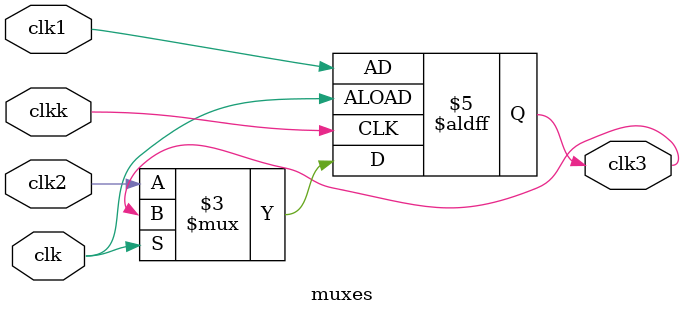
<source format=v>
`timescale 1ns / 1ps
module muxes(
input clk,clkk,clk1,clk2,
output reg clk3

    );

 always @(posedge clk or negedge clkk)
	begin
      if(clk)
         clk3 <= clk1;
		else if(!clk)
         clk3 <= clk2;
    end    
endmodule


</source>
